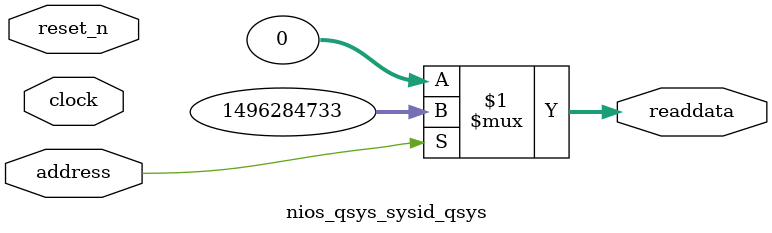
<source format=v>



// synthesis translate_off
`timescale 1ns / 1ps
// synthesis translate_on

// turn off superfluous verilog processor warnings 
// altera message_level Level1 
// altera message_off 10034 10035 10036 10037 10230 10240 10030 

module nios_qsys_sysid_qsys (
               // inputs:
                address,
                clock,
                reset_n,

               // outputs:
                readdata
             )
;

  output  [ 31: 0] readdata;
  input            address;
  input            clock;
  input            reset_n;

  wire    [ 31: 0] readdata;
  //control_slave, which is an e_avalon_slave
  assign readdata = address ? 1496284733 : 0;

endmodule



</source>
